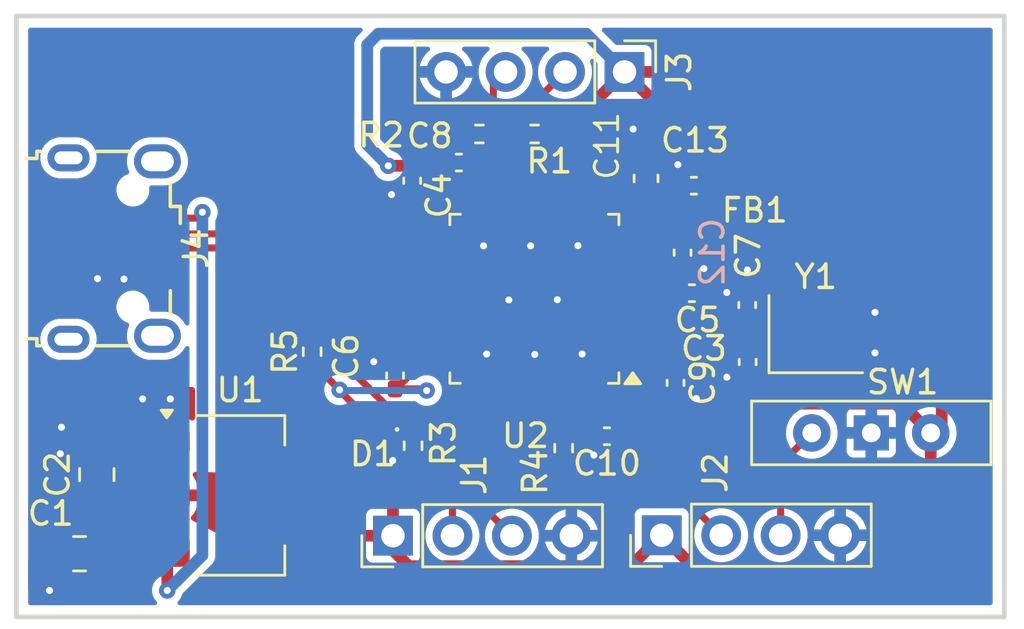
<source format=kicad_pcb>
(kicad_pcb (version 20241229) (generator "pcbnew") (generator_version "9.0")
  (layers (0 "F.Cu" signal) (2 "B.Cu" signal) (13 "F.Paste" user) (15 "B.Paste" user) (5 "F.SilkS" user "F.Silkscreen") (7 "B.SilkS" user "B.Silkscreen") (1 "F.Mask" user) (3 "B.Mask" user) (25 "Edge.Cuts" user))
  (net 0 "")
  (net 1 "GND")
  (net 2 "VBUS")
  (net 3 "+3.3V")
  (net 4 "/HSE_IN")
  (net 5 "Net-(U2-NRST)")
  (net 6 "/HSE_OUT")
  (net 7 "+3.3VA")
  (net 8 "Net-(D1-K)")
  (net 9 "/SWOIO")
  (net 10 "/SWCLK")
  (net 11 "/RX")
  (net 12 "/TX")
  (net 13 "/SDA")
  (net 14 "/SCL")
  (net 20 "Net-(SW1-B)")
  (net 21 "Net-(U2-BOOT0)")
  (net 22 "/USB_D+")
  (net 33 "/USB_D-")
  (footprint "Connector_PinHeader_2.54mm:PinHeader_1x04_P2.54mm_Vertical" (layer "F.Cu") (at 169 104.47 90)
    (property "Reference" "J1" (at 2.6 3.47 90) (layer "F.SilkS"))
    (property "Value" "Conn_01x04_Pin")
    (fp_line (start -1.33 -1.33) (end 0 -1.33) (stroke (width 0.12)) (layer "F.SilkS"))
    (fp_line (start -1.33 0) (end -1.33 -1.33) (stroke (width 0.12)) (layer "F.SilkS"))
    (fp_line (start 1.33 1.27) (end 1.33 8.95) (stroke (width 0.12)) (layer "F.SilkS"))
    (fp_line (start -1.33 1.27) (end 1.33 1.27) (stroke (width 0.12)) (layer "F.SilkS"))
    (fp_line (start -1.33 1.27) (end -1.33 8.95) (stroke (width 0.12)) (layer "F.SilkS"))
    (fp_line (start -1.33 8.95) (end 1.33 8.95) (stroke (width 0.12)) (layer "F.SilkS"))
    (pad "1" thru_hole rect (at 0 0 90) (size 1.7 1.7) (drill 1) (layers "*.Cu" "*.Mask") (net 3 "+3.3V"))
    (pad "2" thru_hole oval (at 0 2.54 90) (size 1.7 1.7) (drill 1) (layers "*.Cu" "*.Mask") (net 9 "/SWOIO"))
    (pad "3" thru_hole oval (at 0 5.08 90) (size 1.7 1.7) (drill 1) (layers "*.Cu" "*.Mask") (net 10 "/SWCLK"))
    (pad "4" thru_hole oval (at 0 7.62 90) (size 1.7 1.7) (drill 1) (layers "*.Cu" "*.Mask") (net 1 "GND"))
  )
  (footprint "Capacitor_SMD:C_0402_1005Metric_Pad0.74x0.62mm_HandSolder" (layer "F.Cu") (at 184.13 94.62 90)
    (property "Reference" "C7" (at 2.1 0.04 90) (layer "F.SilkS"))
    (property "Value" "10p")
    (fp_line (start -0.115835 -0.36) (end 0.115835 -0.36) (stroke (width 0.12)) (layer "F.SilkS"))
    (fp_line (start -0.115835 0.36) (end 0.115835 0.36) (stroke (width 0.12)) (layer "F.SilkS"))
    (pad "1" smd roundrect (at -0.5675 0 90) (size 0.735 0.62) (layers "F.Cu" "F.Mask" "F.Paste") (net 6 "/HSE_OUT"))
    (pad "2" smd roundrect (at 0.5675 0 90) (size 0.735 0.62) (layers "F.Cu" "F.Mask" "F.Paste") (net 1 "GND"))
  )
  (footprint "Resistor_SMD:R_0402_1005Metric_Pad0.72x0.64mm_HandSolder" (layer "F.Cu") (at 169.86 100.63 90)
    (property "Reference" "R3" (at 0.11 1.29 90) (layer "F.SilkS"))
    (property "Value" "1k5")
    (fp_line (start -0.167621 -0.38) (end 0.167621 -0.38) (stroke (width 0.12)) (layer "F.SilkS"))
    (fp_line (start -0.167621 0.38) (end 0.167621 0.38) (stroke (width 0.12)) (layer "F.SilkS"))
    (pad "1" smd roundrect (at -0.5975 0 90) (size 0.715 0.64) (layers "F.Cu" "F.Mask" "F.Paste") (net 1 "GND"))
    (pad "2" smd roundrect (at 0.5975 0 90) (size 0.715 0.64) (layers "F.Cu" "F.Mask" "F.Paste") (net 8 "Net-(D1-K)"))
  )
  (footprint "Capacitor_SMD:C_0402_1005Metric_Pad0.74x0.62mm_HandSolder" (layer "F.Cu") (at 178.14 100.22 180)
    (property "Reference" "C10" (at 0 -1.16 0) (layer "F.SilkS"))
    (property "Value" "100n")
    (fp_line (start -0.115835 0.36) (end 0.115835 0.36) (stroke (width 0.12)) (layer "F.SilkS"))
    (fp_line (start -0.115835 -0.36) (end 0.115835 -0.36) (stroke (width 0.12)) (layer "F.SilkS"))
    (pad "1" smd roundrect (at -0.5675 0 180) (size 0.735 0.62) (layers "F.Cu" "F.Mask" "F.Paste") (net 3 "+3.3V"))
    (pad "2" smd roundrect (at 0.5675 0 180) (size 0.735 0.62) (layers "F.Cu" "F.Mask" "F.Paste") (net 1 "GND"))
  )
  (footprint "Capacitor_SMD:C_0805_2012Metric_Pad1.18x1.45mm_HandSolder" (layer "F.Cu") (at 156.35 101.86 90)
    (property "Reference" "C2" (at 0 -1.68 90) (layer "F.SilkS"))
    (property "Value" "22u")
    (fp_line (start -0.261252 -0.735) (end 0.261252 -0.735) (stroke (width 0.12)) (layer "F.SilkS"))
    (fp_line (start -0.261252 0.735) (end 0.261252 0.735) (stroke (width 0.12)) (layer "F.SilkS"))
    (pad "1" smd roundrect (at -1.0375 0 90) (size 1.175 1.45) (layers "F.Cu" "F.Mask" "F.Paste") (roundrect_rratio 0.212766) (net 3 "+3.3V"))
    (pad "2" smd roundrect (at 1.0375 0 90) (size 1.175 1.45) (layers "F.Cu" "F.Mask" "F.Paste") (roundrect_rratio 0.212766) (net 1 "GND"))
  )
  (footprint "Connector_USB:USB_Micro-B_Wuerth_629105150521" (layer "F.Cu") (at 157.09 92.205 -90)
    (property "Reference" "J4" (at 0 -3.5 90) (layer "F.SilkS"))
    (property "Value" "USB_B_Micro")
    (fp_line (start 3.85 3.75) (end 3.85 3.3) (stroke (width 0.15)) (layer "F.SilkS"))
    (fp_line (start -4.15 3.3) (end -3.85 3.3) (stroke (width 0.15)) (layer "F.SilkS"))
    (fp_line (start -3.85 3.3) (end -3.85 3.75) (stroke (width 0.15)) (layer "F.SilkS"))
    (fp_line (start 3.85 3.3) (end 4.15 3.3) (stroke (width 0.15)) (layer "F.SilkS"))
    (fp_line (start 4.15 3.3) (end 4.15 3.15) (stroke (width 0.15)) (layer "F.SilkS"))
    (fp_line (start -4.15 3.15) (end -4.15 3.3) (stroke (width 0.15)) (layer "F.SilkS"))
    (fp_line (start 4.15 0.75) (end 4.15 -0.65) (stroke (width 0.15)) (layer "F.SilkS"))
    (fp_line (start -4.15 -0.65) (end -4.15 0.75) (stroke (width 0.15)) (layer "F.SilkS"))
    (fp_line (start -1.8 -2.4) (end -2.8 -2.4) (stroke (width 0.15)) (layer "F.SilkS"))
    (fp_line (start 1.8 -2.4) (end 2.8 -2.4) (stroke (width 0.15)) (layer "F.SilkS"))
    (fp_line (start -1.8 -2.825) (end -1.8 -2.4) (stroke (width 0.15)) (layer "F.SilkS"))
    (fp_line (start -1.075 -2.825) (end -1.8 -2.825) (stroke (width 0.15)) (layer "F.SilkS"))
    (pad "" np_thru_hole oval (at -2.5 -0.8 270) (size 0.8 0.8) (drill 0.8) (layers "*.Cu" "*.Mask"))
    (pad "" np_thru_hole oval (at 2.5 -0.8 270) (size 0.8 0.8) (drill 0.8) (layers "*.Cu" "*.Mask"))
    (pad "1" smd rect (at -1.3 -1.9 270) (size 0.45 1.3) (layers "F.Cu" "F.Mask" "F.Paste") (net 2 "VBUS"))
    (pad "2" smd rect (at -0.65 -1.9 270) (size 0.45 1.3) (layers "F.Cu" "F.Mask" "F.Paste") (net 33 "/USB_D-"))
    (pad "3" smd rect (at 0 -1.9 270) (size 0.45 1.3) (layers "F.Cu" "F.Mask" "F.Paste") (net 22 "/USB_D+"))
    (pad "4" smd rect (at 0.65 -1.9 270) (size 0.45 1.3) (layers "F.Cu" "F.Mask" "F.Paste"))
    (pad "5" smd rect (at 1.3 -1.9 270) (size 0.45 1.3) (layers "F.Cu" "F.Mask" "F.Paste") (net 1 "GND"))
    (pad "6" thru_hole oval (at -3.875 1.95 270) (size 1.15 1.8) (drill oval 0.55 1.2) (property pad_prop_heatsink) (layers "*.Cu" "*.Mask"))
    (pad "6" thru_hole oval (at -3.725 -1.85 270) (size 1.45 2) (drill oval 0.85 1.4) (property pad_prop_heatsink) (layers "*.Cu" "*.Mask"))
    (pad "6" thru_hole oval (at 3.725 -1.85 270) (size 1.45 2) (drill oval 0.85 1.4) (property pad_prop_heatsink) (layers "*.Cu" "*.Mask"))
    (pad "6" thru_hole oval (at 3.875 1.95 270) (size 1.15 1.8) (drill oval 0.55 1.2) (property pad_prop_heatsink) (layers "*.Cu" "*.Mask"))
  )
  (footprint "Resistor_SMD:R_0402_1005Metric_Pad0.72x0.64mm_HandSolder" (layer "F.Cu") (at 175.05 87.31 180)
    (property "Reference" "R1" (at -0.63 -1.16 0) (layer "F.SilkS"))
    (property "Value" "1k5")
    (fp_line (start -0.167621 0.38) (end 0.167621 0.38) (stroke (width 0.12)) (layer "F.SilkS"))
    (fp_line (start -0.167621 -0.38) (end 0.167621 -0.38) (stroke (width 0.12)) (layer "F.SilkS"))
    (pad "1" smd roundrect (at -0.5975 0 180) (size 0.715 0.64) (layers "F.Cu" "F.Mask" "F.Paste") (net 3 "+3.3V"))
    (pad "2" smd roundrect (at 0.5975 0 180) (size 0.715 0.64) (layers "F.Cu" "F.Mask" "F.Paste") (net 14 "/SCL"))
  )
  (footprint "Connector_PinHeader_2.54mm:PinHeader_1x04_P2.54mm_Vertical" (layer "F.Cu") (at 178.89 84.66 -90)
    (property "Reference" "J3" (at 0 -2.33 90) (layer "F.SilkS"))
    (property "Value" "Conn_01x04_Pin")
    (fp_line (start -1.33 8.95) (end 1.33 8.95) (stroke (width 0.12)) (layer "F.SilkS"))
    (fp_line (start -1.33 1.27) (end -1.33 8.95) (stroke (width 0.12)) (layer "F.SilkS"))
    (fp_line (start -1.33 1.27) (end 1.33 1.27) (stroke (width 0.12)) (layer "F.SilkS"))
    (fp_line (start 1.33 1.27) (end 1.33 8.95) (stroke (width 0.12)) (layer "F.SilkS"))
    (fp_line (start -1.33 0) (end -1.33 -1.33) (stroke (width 0.12)) (layer "F.SilkS"))
    (fp_line (start -1.33 -1.33) (end 0 -1.33) (stroke (width 0.12)) (layer "F.SilkS"))
    (pad "1" thru_hole rect (at 0 0 270) (size 1.7 1.7) (drill 1) (layers "*.Cu" "*.Mask") (net 3 "+3.3V"))
    (pad "2" thru_hole oval (at 0 2.54 270) (size 1.7 1.7) (drill 1) (layers "*.Cu" "*.Mask") (net 14 "/SCL"))
    (pad "3" thru_hole oval (at 0 5.08 270) (size 1.7 1.7) (drill 1) (layers "*.Cu" "*.Mask") (net 13 "/SDA"))
    (pad "4" thru_hole oval (at 0 7.62 270) (size 1.7 1.7) (drill 1) (layers "*.Cu" "*.Mask") (net 1 "GND"))
  )
  (footprint "Capacitor_SMD:C_0603_1608Metric_Pad1.08x0.95mm_HandSolder" (layer "F.Cu") (at 179.81 89.21 90)
    (property "Reference" "C11" (at 1.39 -1.67 90) (layer "F.SilkS") (effects (font (thickness 0.125))))
    (property "Value" "10u")
    (fp_line (start -0.146267 -0.51) (end 0.146267 -0.51) (stroke (width 0.12)) (layer "F.SilkS"))
    (fp_line (start -0.146267 0.51) (end 0.146267 0.51) (stroke (width 0.12)) (layer "F.SilkS"))
    (pad "1" smd roundrect (at -0.8625 0 90) (size 1.075 0.95) (layers "F.Cu" "F.Mask" "F.Paste") (net 7 "+3.3VA"))
    (pad "2" smd roundrect (at 0.8625 0 90) (size 1.075 0.95) (layers "F.Cu" "F.Mask" "F.Paste") (net 1 "GND"))
  )
  (footprint "Capacitor_SMD:C_0402_1005Metric_Pad0.74x0.62mm_HandSolder" (layer "F.Cu") (at 181.77 94.11)
    (property "Reference" "C5" (at 0.24 1.15 0) (layer "F.SilkS"))
    (property "Value" "100n")
    (fp_line (start -0.115835 -0.36) (end 0.115835 -0.36) (stroke (width 0.12)) (layer "F.SilkS"))
    (fp_line (start -0.115835 0.36) (end 0.115835 0.36) (stroke (width 0.12)) (layer "F.SilkS"))
    (pad "1" smd roundrect (at -0.5675 0) (size 0.735 0.62) (layers "F.Cu" "F.Mask" "F.Paste") (net 5 "Net-(U2-NRST)"))
    (pad "2" smd roundrect (at 0.5675 0) (size 0.735 0.62) (layers "F.Cu" "F.Mask" "F.Paste") (net 1 "GND"))
  )
  (footprint "Resistor_SMD:R_0402_1005Metric_Pad0.72x0.64mm_HandSolder" (layer "F.Cu") (at 172.69 87.31)
    (property "Reference" "R2" (at -4.19 0.05 0) (layer "F.SilkS"))
    (property "Value" "1k5")
    (fp_line (start -0.167621 -0.38) (end 0.167621 -0.38) (stroke (width 0.12)) (layer "F.SilkS"))
    (fp_line (start -0.167621 0.38) (end 0.167621 0.38) (stroke (width 0.12)) (layer "F.SilkS"))
    (pad "1" smd roundrect (at -0.5975 0) (size 0.715 0.64) (layers "F.Cu" "F.Mask" "F.Paste") (net 3 "+3.3V"))
    (pad "2" smd roundrect (at 0.5975 0) (size 0.715 0.64) (layers "F.Cu" "F.Mask" "F.Paste") (net 13 "/SDA"))
  )
  (footprint "Capacitor_SMD:C_0402_1005Metric_Pad0.74x0.62mm_HandSolder" (layer "F.Cu") (at 169.82 89.31 -90)
    (property "Reference" "C4" (at 0.63 -1.13 90) (layer "F.SilkS"))
    (property "Value" "10u")
    (fp_line (start -0.115835 0.36) (end 0.115835 0.36) (stroke (width 0.12)) (layer "F.SilkS"))
    (fp_line (start -0.115835 -0.36) (end 0.115835 -0.36) (stroke (width 0.12)) (layer "F.SilkS"))
    (pad "1" smd roundrect (at -0.5675 0 270) (size 0.735 0.62) (layers "F.Cu" "F.Mask" "F.Paste") (net 3 "+3.3V"))
    (pad "2" smd roundrect (at 0.5675 0 270) (size 0.735 0.62) (layers "F.Cu" "F.Mask" "F.Paste") (net 1 "GND"))
  )
  (footprint "Resistor_SMD:R_0402_1005Metric_Pad0.72x0.64mm_HandSolder" (layer "F.Cu") (at 176.29 100.7275 90)
    (property "Reference" "R4" (at -1.0225 -1.22 90) (layer "F.SilkS"))
    (property "Value" "10k")
    (fp_line (start -0.167621 -0.38) (end 0.167621 -0.38) (stroke (width 0.12)) (layer "F.SilkS"))
    (fp_line (start -0.167621 0.38) (end 0.167621 0.38) (stroke (width 0.12)) (layer "F.SilkS"))
    (pad "1" smd roundrect (at -0.5975 0 90) (size 0.715 0.64) (layers "F.Cu" "F.Mask" "F.Paste") (net 20 "Net-(SW1-B)"))
    (pad "2" smd roundrect (at 0.5975 0 90) (size 0.715 0.64) (layers "F.Cu" "F.Mask" "F.Paste") (net 21 "Net-(U2-BOOT0)"))
  )
  (footprint "LED_SMD:LED_0201_0603Metric_Pad0.64x0.40mm_HandSolder" (layer "F.Cu") (at 168.14 99.93 180)
    (property "Reference" "D1" (at 0 -1.05 0) (layer "F.SilkS"))
    (property "Value" "LED")
    (fp_circle (center -1.035 0) (end -0.985 0) (stroke (width 0.1)) (fill no) (layer "F.SilkS"))
    (pad "1" smd roundrect (at -0.4075 0 180) (size 0.635 0.4) (layers "F.Cu" "F.Mask") (net 8 "Net-(D1-K)"))
    (pad "2" smd roundrect (at 0.4075 0 180) (size 0.635 0.4) (layers "F.Cu" "F.Mask") (net 3 "+3.3V"))
  )
  (footprint "Inductor_SMD:L_0201_0603Metric_Pad0.64x0.40mm_HandSolder" (layer "F.Cu") (at 181.7 90.51)
    (property "Reference" "FB1" (at 2.75 0.06 0) (layer "F.SilkS"))
    (property "Value" "FerriteBead")
    (pad "1" smd roundrect (at -0.4075 0) (size 0.635 0.4) (layers "F.Cu" "F.Mask") (net 7 "+3.3VA"))
    (pad "2" smd roundrect (at 0.4075 0) (size 0.635 0.4) (layers "F.Cu" "F.Mask") (net 3 "+3.3V"))
  )
  (footprint "Capacitor_SMD:C_0805_2012Metric_Pad1.18x1.45mm_HandSolder" (layer "F.Cu") (at 155.61 105.24 180)
    (property "Reference" "C1" (at 1.23 1.72 0) (layer "F.SilkS"))
    (property "Value" "22u")
    (fp_line (start -0.261252 0.735) (end 0.261252 0.735) (stroke (width 0.12)) (layer "F.SilkS"))
    (fp_line (start -0.261252 -0.735) (end 0.261252 -0.735) (stroke (width 0.12)) (layer "F.SilkS"))
    (pad "1" smd roundrect (at -1.0375 0 180) (size 1.175 1.45) (layers "F.Cu" "F.Mask" "F.Paste") (roundrect_rratio 0.212766) (net 2 "VBUS"))
    (pad "2" smd roundrect (at 1.0375 0 180) (size 1.175 1.45) (layers "F.Cu" "F.Mask" "F.Paste") (roundrect_rratio 0.212766) (net 1 "GND"))
  )
  (footprint "Package_QFP:LQFP-48_7x7mm_P0.5mm" (layer "F.Cu") (at 175.04 94.35 180)
    (property "Reference" "U2" (at 0.38 -5.85 0) (layer "F.SilkS"))
    (property "Value" "STM32F103CBTx")
    (fp_line (start 3.61 3.61) (end 3.61 3.16) (stroke (width 0.12)) (layer "F.SilkS"))
    (fp_line (start 3.61 -3.61) (end 3.61 -3.16) (stroke (width 0.12)) (layer "F.SilkS"))
    (fp_line (start 3.16 3.61) (end 3.61 3.61) (stroke (width 0.12)) (layer "F.SilkS"))
    (fp_line (start 3.16 -3.61) (end 3.61 -3.61) (stroke (width 0.12)) (layer "F.SilkS"))
    (fp_line (start -3.16 3.61) (end -3.61 3.61) (stroke (width 0.12)) (layer "F.SilkS"))
    (fp_line (start -3.16 -3.61) (end -3.61 -3.61) (stroke (width 0.12)) (layer "F.SilkS"))
    (fp_line (start -3.61 3.61) (end -3.61 3.16) (stroke (width 0.12)) (layer "F.SilkS"))
    (fp_line (start -3.61 -3.61) (end -3.61 -3.16) (stroke (width 0.12)) (layer "F.SilkS"))
    (fp_poly (pts (xy -4.2 -3.16) (xy -4.54 -3.63) (xy -3.86 -3.63) (xy -4.2 -3.16)) (stroke (width 0.12)) (fill yes) (layer "F.SilkS"))
    (pad "1" smd roundrect (at -4.1625 -2.75 180) (size 1.475 0.3) (layers "F.Cu" "F.Mask" "F.Paste") (net 3 "+3.3V"))
    (pad "2" smd roundrect (at -4.1625 -2.25 180) (size 1.475 0.3) (layers "F.Cu" "F.Mask" "F.Paste"))
    (pad "3" smd roundrect (at -4.1625 -1.75 180) (size 1.475 0.3) (layers "F.Cu" "F.Mask" "F.Paste"))
    (pad "4" smd roundrect (at -4.1625 -1.25 180) (size 1.475 0.3) (layers "F.Cu" "F.Mask" "F.Paste"))
    (pad "5" smd roundrect (at -4.1625 -0.75 180) (size 1.475 0.3) (layers "F.Cu" "F.Mask" "F.Paste") (net 4 "/HSE_IN"))
    (pad "6" smd roundrect (at -4.1625 -0.25 180) (size 1.475 0.3) (layers "F.Cu" "F.Mask" "F.Paste") (net 6 "/HSE_OUT"))
    (pad "7" smd roundrect (at -4.1625 0.25 180) (size 1.475 0.3) (layers "F.Cu" "F.Mask" "F.Paste") (net 5 "Net-(U2-NRST)"))
    (pad "8" smd roundrect (at -4.1625 0.75 180) (size 1.475 0.3) (layers "F.Cu" "F.Mask" "F.Paste") (net 1 "GND"))
    (pad "9" smd roundrect (at -4.1625 1.25 180) (size 1.475 0.3) (layers "F.Cu" "F.Mask" "F.Paste") (net 7 "+3.3VA"))
    (pad "10" smd roundrect (at -4.1625 1.75 180) (size 1.475 0.3) (layers "F.Cu" "F.Mask" "F.Paste"))
    (pad "11" smd roundrect (at -4.1625 2.25 180) (size 1.475 0.3) (layers "F.Cu" "F.Mask" "F.Paste"))
    (pad "12" smd roundrect (at -4.1625 2.75 180) (size 1.475 0.3) (layers "F.Cu" "F.Mask" "F.Paste"))
    (pad "13" smd roundrect (at -2.75 4.1625 180) (size 0.3 1.475) (layers "F.Cu" "F.Mask" "F.Paste"))
    (pad "14" smd roundrect (at -2.25 4.1625 180) (size 0.3 1.475) (layers "F.Cu" "F.Mask" "F.Paste"))
    (pad "15" smd roundrect (at -1.75 4.1625 180) (size 0.3 1.475) (layers "F.Cu" "F.Mask" "F.Paste"))
    (pad "16" smd roundrect (at -1.25 4.1625 180) (size 0.3 1.475) (layers "F.Cu" "F.Mask" "F.Paste"))
    (pad "17" smd roundrect (at -0.75 4.1625 180) (size 0.3 1.475) (layers "F.Cu" "F.Mask" "F.Paste"))
    (pad "18" smd roundrect (at -0.25 4.1625 180) (size 0.3 1.475) (layers "F.Cu" "F.Mask" "F.Paste"))
    (pad "19" smd roundrect (at 0.25 4.1625 180) (size 0.3 1.475) (layers "F.Cu" "F.Mask" "F.Paste"))
    (pad "20" smd roundrect (at 0.75 4.1625 180) (size 0.3 1.475) (layers "F.Cu" "F.Mask" "F.Paste"))
    (pad "21" smd roundrect (at 1.25 4.1625 180) (size 0.3 1.475) (layers "F.Cu" "F.Mask" "F.Paste") (net 14 "/SCL"))
    (pad "22" smd roundrect (at 1.75 4.1625 180) (size 0.3 1.475) (layers "F.Cu" "F.Mask" "F.Paste") (net 13 "/SDA"))
    (pad "23" smd roundrect (at 2.25 4.1625 180) (size 0.3 1.475) (layers "F.Cu" "F.Mask" "F.Paste") (net 1 "GND"))
    (pad "24" smd roundrect (at 2.75 4.1625 180) (size 0.3 1.475) (layers "F.Cu" "F.Mask" "F.Paste") (net 3 "+3.3V"))
    (pad "25" smd roundrect (at 4.1625 2.75 180) (size 1.475 0.3) (layers "F.Cu" "F.Mask" "F.Paste"))
    (pad "26" smd roundrect (at 4.1625 2.25 180) (size 1.475 0.3) (layers "F.Cu" "F.Mask" "F.Paste"))
    (pad "27" smd roundrect (at 4.1625 1.75 180) (size 1.475 0.3) (layers "F.Cu" "F.Mask" "F.Paste"))
    (pad "28" smd roundrect (at 4.1625 1.25 180) (size 1.475 0.3) (layers "F.Cu" "F.Mask" "F.Paste"))
    (pad "29" smd roundrect (at 4.1625 0.75 180) (size 1.475 0.3) (layers "F.Cu" "F.Mask" "F.Paste"))
    (pad "30" smd roundrect (at 4.1625 0.25 180) (size 1.475 0.3) (layers "F.Cu" "F.Mask" "F.Paste"))
    (pad "31" smd roundrect (at 4.1625 -0.25 180) (size 1.475 0.3) (layers "F.Cu" "F.Mask" "F.Paste"))
    (pad "32" smd roundrect (at 4.1625 -0.75 180) (size 1.475 0.3) (layers "F.Cu" "F.Mask" "F.Paste") (net 33 "/USB_D-"))
    (pad "33" smd roundrect (at 4.1625 -1.25 180) (size 1.475 0.3) (layers "F.Cu" "F.Mask" "F.Paste") (net 22 "/USB_D+"))
    (pad "34" smd roundrect (at 4.1625 -1.75 180) (size 1.475 0.3) (layers "F.Cu" "F.Mask" "F.Paste") (net 9 "/SWOIO"))
    (pad "35" smd roundrect (at 4.1625 -2.25 180) (size 1.475 0.3) (layers "F.Cu" "F.Mask" "F.Paste") (net 1 "GND"))
    (pad "36" smd roundrect (at 4.1625 -2.75 180) (size 1.475 0.3) (layers "F.Cu" "F.Mask" "F.Paste") (net 3 "+3.3V"))
    (pad "37" smd roundrect (at 2.75 -4.1625 180) (size 0.3 1.475) (layers "F.Cu" "F.Mask" "F.Paste") (net 10 "/SWCLK"))
    (pad "38" smd roundrect (at 2.25 -4.1625 180) (size 0.3 1.475) (layers "F.Cu" "F.Mask" "F.Paste"))
    (pad "39" smd roundrect (at 1.75 -4.1625 180) (size 0.3 1.475) (layers "F.Cu" "F.Mask" "F.Paste"))
    (pad "40" smd roundrect (at 1.25 -4.1625 180) (size 0.3 1.475) (layers "F.Cu" "F.Mask" "F.Paste"))
    (pad "41" smd roundrect (at 0.75 -4.1625 180) (size 0.3 1.475) (layers "F.Cu" "F.Mask" "F.Paste"))
    (pad "42" smd roundrect (at 0.25 -4.1625 180) (size 0.3 1.475) (layers "F.Cu" "F.Mask" "F.Paste") (net 12 "/TX"))
    (pad "43" smd roundrect (at -0.25 -4.1625 180) (size 0.3 1.475) (layers "F.Cu" "F.Mask" "F.Paste") (net 11 "/RX"))
    (pad "44" smd roundrect (at -0.75 -4.1625 180) (size 0.3 1.475) (layers "F.Cu" "F.Mask" "F.Paste") (net 21 "Net-(U2-BOOT0)"))
    (pad "45" smd roundrect (at -1.25 -4.1625 180) (size 0.3 1.475) (layers "F.Cu" "F.Mask" "F.Paste"))
    (pad "46" smd roundrect (at -1.75 -4.1625 180) (size 0.3 1.475) (layers "F.Cu" "F.Mask" "F.Paste"))
    (pad "47" smd roundrect (at -2.25 -4.1625 180) (size 0.3 1.475) (layers "F.Cu" "F.Mask" "F.Paste") (net 1 "GND"))
    (pad "48" smd roundrect (at -2.75 -4.1625 180) (size 0.3 1.475) (layers "F.Cu" "F.Mask" "F.Paste") (net 3 "+3.3V"))
  )
  (footprint "Capacitor_SMD:C_0402_1005Metric_Pad0.74x0.62mm_HandSolder" (layer "F.Cu") (at 181.37 92.38 -90)
    (property "Reference" "C12" (at -0.02 -1.27 90) (layer "B.SilkS") (effects (justify mirror)))
    (property "Value" "1u")
    (fp_line (start -0.115835 0.36) (end 0.115835 0.36) (stroke (width 0.12)) (layer "F.SilkS"))
    (fp_line (start -0.115835 -0.36) (end 0.115835 -0.36) (stroke (width 0.12)) (layer "F.SilkS"))
    (pad "1" smd roundrect (at -0.5675 0 270) (size 0.735 0.62) (layers "F.Cu" "F.Mask" "F.Paste") (net 7 "+3.3VA"))
    (pad "2" smd roundrect (at 0.5675 0 270) (size 0.735 0.62) (layers "F.Cu" "F.Mask" "F.Paste") (net 1 "GND"))
  )
  (footprint "Capacitor_SMD:C_0402_1005Metric_Pad0.74x0.62mm_HandSolder" (layer "F.Cu") (at 169.09 97.63 90)
    (property "Reference" "C6" (at 0.82 -2.09 90) (layer "F.SilkS"))
    (property "Value" "100n")
    (fp_line (start -0.115835 -0.36) (end 0.115835 -0.36) (stroke (width 0.12)) (layer "F.SilkS"))
    (fp_line (start -0.115835 0.36) (end 0.115835 0.36) (stroke (width 0.12)) (layer "F.SilkS"))
    (pad "1" smd roundrect (at -0.5675 0 90) (size 0.735 0.62) (layers "F.Cu" "F.Mask" "F.Paste") (net 3 "+3.3V"))
    (pad "2" smd roundrect (at 0.5675 0 90) (size 0.735 0.62) (layers "F.Cu" "F.Mask" "F.Paste") (net 1 "GND"))
  )
  (footprint "Capacitor_SMD:C_0402_1005Metric_Pad0.74x0.62mm_HandSolder" (layer "F.Cu") (at 171.8125 88.53)
    (property "Reference" "C8" (at -1.2425 -1.14 0) (layer "F.SilkS"))
    (property "Value" "100n")
    (fp_line (start -0.115835 -0.36) (end 0.115835 -0.36) (stroke (width 0.12)) (layer "F.SilkS"))
    (fp_line (start -0.115835 0.36) (end 0.115835 0.36) (stroke (width 0.12)) (layer "F.SilkS"))
    (pad "1" smd roundrect (at -0.5675 0) (size 0.735 0.62) (layers "F.Cu" "F.Mask" "F.Paste") (net 3 "+3.3V"))
    (pad "2" smd roundrect (at 0.5675 0) (size 0.735 0.62) (layers "F.Cu" "F.Mask" "F.Paste") (net 1 "GND"))
  )
  (footprint "Capacitor_SMD:C_0402_1005Metric_Pad0.74x0.62mm_HandSolder" (layer "F.Cu") (at 181.85 89.52 180)
    (property "Reference" "C13" (at -0.05 1.94 0) (layer "F.SilkS"))
    (property "Value" "1u")
    (fp_line (start -0.115835 0.36) (end 0.115835 0.36) (stroke (width 0.12)) (layer "F.SilkS"))
    (fp_line (start -0.115835 -0.36) (end 0.115835 -0.36) (stroke (width 0.12)) (layer "F.SilkS"))
    (pad "1" smd roundrect (at -0.5675 0 180) (size 0.735 0.62) (layers "F.Cu" "F.Mask" "F.Paste") (net 3 "+3.3V"))
    (pad "2" smd roundrect (at 0.5675 0 180) (size 0.735 0.62) (layers "F.Cu" "F.Mask" "F.Paste") (net 1 "GND"))
  )
  (footprint "Crystal:Crystal_SMD_3225-4Pin_3.2x2.5mm" (layer "F.Cu") (at 187.06 95.86)
    (property "Reference" "Y1" (at 0 -2.45 0) (layer "F.SilkS"))
    (property "Value" "Crystal_GND23")
    (fp_line (start -2 -1.65) (end -2 1.65) (stroke (width 0.12)) (layer "F.SilkS"))
    (fp_line (start -2 1.65) (end 2 1.65) (stroke (width 0.12)) (layer "F.SilkS"))
    (pad "1" smd rect (at -1.1 0.85) (size 1.4 1.2) (layers "F.Cu" "F.Mask" "F.Paste") (net 4 "/HSE_IN"))
    (pad "2" smd rect (at 1.1 0.85) (size 1.4 1.2) (layers "F.Cu" "F.Mask" "F.Paste") (net 1 "GND"))
    (pad "3" smd rect (at 1.1 -0.85) (size 1.4 1.2) (layers "F.Cu" "F.Mask" "F.Paste") (net 1 "GND"))
    (pad "4" smd rect (at -1.1 -0.85) (size 1.4 1.2) (layers "F.Cu" "F.Mask" "F.Paste") (net 6 "/HSE_OUT"))
  )
  (footprint "Capacitor_SMD:C_0402_1005Metric_Pad0.74x0.62mm_HandSolder" (layer "F.Cu") (at 181.07 97.94 -90)
    (property "Reference" "C9" (at 0 -1.16 90) (layer "F.SilkS"))
    (property "Value" "100n")
    (fp_line (start -0.115835 0.36) (end 0.115835 0.36) (stroke (width 0.12)) (layer "F.SilkS"))
    (fp_line (start -0.115835 -0.36) (end 0.115835 -0.36) (stroke (width 0.12)) (layer "F.SilkS"))
    (pad "1" smd roundrect (at -0.5675 0 270) (size 0.735 0.62) (layers "F.Cu" "F.Mask" "F.Paste") (net 3 "+3.3V"))
    (pad "2" smd roundrect (at 0.5675 0 270) (size 0.735 0.62) (layers "F.Cu" "F.Mask" "F.Paste") (net 1 "GND"))
  )
  (footprint "Resistor_SMD:R_0402_1005Metric_Pad0.72x0.64mm_HandSolder" (layer "F.Cu") (at 165.55 96.61 90)
    (property "Reference" "R5" (at 0 -1.17 90) (layer "F.SilkS"))
    (property "Value" "1k5")
    (fp_line (start -0.167621 -0.38) (end 0.167621 -0.38) (stroke (width 0.12)) (layer "F.SilkS"))
    (fp_line (start -0.167621 0.38) (end 0.167621 0.38) (stroke (width 0.12)) (layer "F.SilkS"))
    (pad "1" smd roundrect (at -0.5975 0 90) (size 0.715 0.64) (layers "F.Cu" "F.Mask" "F.Paste") (net 3 "+3.3V"))
    (pad "2" smd roundrect (at 0.5975 0 90) (size 0.715 0.64) (layers "F.Cu" "F.Mask" "F.Paste") (net 22 "/USB_D+"))
  )
  (footprint "Capacitor_SMD:C_0402_1005Metric_Pad0.74x0.62mm_HandSolder" (layer "F.Cu") (at 184.15 97.05 -90)
    (property "Reference" "C3" (at -0.58 1.87 180) (layer "F.SilkS"))
    (property "Value" "10p")
    (fp_line (start -0.115835 0.36) (end 0.115835 0.36) (stroke (width 0.12)) (layer "F.SilkS"))
    (fp_line (start -0.115835 -0.36) (end 0.115835 -0.36) (stroke (width 0.12)) (layer "F.SilkS"))
    (pad "1" smd roundrect (at -0.5675 0 270) (size 0.735 0.62) (layers "F.Cu" "F.Mask" "F.Paste") (net 4 "/HSE_IN"))
    (pad "2" smd roundrect (at 0.5675 0 270) (size 0.735 0.62) (layers "F.Cu" "F.Mask" "F.Paste") (net 1 "GND"))
  )
  (footprint "Connector_PinHeader_2.54mm:PinHeader_1x04_P2.54mm_Vertical" (layer "F.Cu") (at 180.48 104.45 90)
    (property "Reference" "J2" (at 2.67 2.29 90) (layer "F.SilkS"))
    (property "Value" "Conn_01x04_Pin")
    (fp_line (start -1.33 -1.33) (end 0 -1.33) (stroke (width 0.12)) (layer "F.SilkS"))
    (fp_line (start -1.33 0) (end -1.33 -1.33) (stroke (width 0.12)) (layer "F.SilkS"))
    (fp_line (start 1.33 1.27) (end 1.33 8.95) (stroke (width 0.12)) (layer "F.SilkS"))
    (fp_line (start -1.33 1.27) (end 1.33 1.27) (stroke (width 0.12)) (layer "F.SilkS"))
    (fp_line (start -1.33 1.27) (end -1.33 8.95) (stroke (width 0.12)) (layer "F.SilkS"))
    (fp_line (start -1.33 8.95) (end 1.33 8.95) (stroke (width 0.12)) (layer "F.SilkS"))
    (pad "1" thru_hole rect (at 0 0 90) (size 1.7 1.7) (drill 1) (layers "*.Cu" "*.Mask") (net 3 "+3.3V"))
    (pad "2" thru_hole oval (at 0 2.54 90) (size 1.7 1.7) (drill 1) (layers "*.Cu" "*.Mask") (net 12 "/TX"))
    (pad "3" thru_hole oval (at 0 5.08 90) (size 1.7 1.7) (drill 1) (layers "*.Cu" "*.Mask") (net 11 "/RX"))
    (pad "4" thru_hole oval (at 0 7.62 90) (size 1.7 1.7) (drill 1) (layers "*.Cu" "*.Mask") (net 1 "GND"))
  )
  (footprint "Package_TO_SOT_SMD:SOT-223-3_TabPin2" (layer "F.Cu") (at 162.47 102.7475)
    (property "Reference" "U1" (at 0 -4.5 0) (layer "F.SilkS"))
    (property "Value" "AMS1117-3.3")
    (fp_line (start -1.85 -3.41) (end 1.91 -3.41) (stroke (width 0.12)) (layer "F.SilkS"))
    (fp_line (start -1.85 3.41) (end 1.91 3.41) (stroke (width 0.12)) (layer "F.SilkS"))
    (fp_line (start 1.91 -3.41) (end 1.91 -2.15) (stroke (width 0.12)) (layer "F.SilkS"))
    (fp_line (start 1.91 3.41) (end 1.91 2.15) (stroke (width 0.12)) (layer "F.SilkS"))
    (fp_poly (pts (xy -3.13 -3.31) (xy -3.37 -3.64) (xy -2.89 -3.64) (xy -3.13 -3.31)) (stroke (width 0.12)) (fill yes) (layer "F.SilkS"))
    (pad "1" smd roundrect (at -3.15 -2.3) (size 2 1.5) (layers "F.Cu" "F.Mask" "F.Paste") (net 1 "GND"))
    (pad "2" smd roundrect (at -3.15 0) (size 2 1.5) (layers "F.Cu" "F.Mask" "F.Paste") (net 3 "+3.3V"))
    (pad "2" smd roundrect (at 3.15 0) (size 2 3.8) (layers "F.Cu" "F.Mask" "F.Paste") (net 3 "+3.3V"))
    (pad "3" smd roundrect (at -3.15 2.3) (size 2 1.5) (layers "F.Cu" "F.Mask" "F.Paste") (net 2 "VBUS"))
  )
  (footprint "Button_Switch_THT:SW_Slide-03_Wuerth-WS-SLTV_10x2.5x6.4_P2.54mm" (layer "F.Cu") (at 189.43 100.08)
    (property "Reference" "SW1" (at 1.34 -2.17 0) (layer "F.SilkS"))
    (property "Value" "SW_SPDT")
    (fp_rect (start -5.11 -1.36) (end 5.11 1.36) (stroke (width 0.12)) (fill no) (layer "F.SilkS"))
    (pad "1" thru_hole rect (at 0 0) (size 1.5 1.5) (drill 0.8) (layers "*.Cu" "*.Mask") (net 1 "GND"))
    (pad "2" thru_hole circle (at -2.54 0) (size 1.6 1.6) (drill 0.8) (layers "*.Cu" "*.Mask") (net 20 "Net-(SW1-B)"))
    (pad "3" thru_hole circle (at 2.54 0) (size 1.6 1.6) (drill 0.8) (layers "*.Cu" "*.Mask") (net 3 "+3.3V"))
  )
  (gr_rect (start 152.915 82.27) (end 195.115 107.94) (stroke (width 0.2)) (fill no) (layer "Edge.Cuts"))
  (segment (start 169.86 101.2275) (end 169.0225 101.2275) (width 0.5) (layer "F.Cu") (net 1))
  (segment (start 169.7975 89.9) (end 169.82 89.8775) (width 0.5) (layer "F.Cu") (net 1))
  (segment (start 179.2025 93.6) (end 180.625112 93.6) (width 0.3) (layer "F.Cu") (net 1))
  (segment (start 153.666 106.71) (end 153.766 106.81) (width 0.5) (layer "F.Cu") (net 1))
  (segment (start 153.985 105.24) (end 153.666 105.559) (width 0.5) (layer "F.Cu") (net 1))
  (segment (start 172.79 90.1875) (end 172.79 88.94) (width 0.3) (layer "F.Cu") (net 1))
  (segment (start 183.26 94.08) (end 182.3675 94.08) (width 0.5) (layer "F.Cu") (net 1))
  (segment (start 179.81 87.65) (end 179.26 87.1) (width 0.5) (layer "F.Cu") (net 1))
  (segment (start 172.79 88.94) (end 172.38 88.53) (width 0.3) (layer "F.Cu") (net 1))
  (segment (start 158.99 93.505) (end 156.395 93.505) (width 0.5) (layer "F.Cu") (net 1))
  (segment (start 184.0675 97.7) (end 184.15 97.6175) (width 0.5) (layer "F.Cu") (net 1))
  (segment (start 177.29 98.5125) (end 177.29 99.9375) (width 0.3) (layer "F.Cu") (net 1))
  (segment (start 177.29 99.9375) (end 177.5725 100.22) (width 0.3) (layer "F.Cu") (net 1))
  (segment (start 169.5525 96.6) (end 169.09 97.0625) (width 0.3) (layer "F.Cu") (net 1))
  (segment (start 188.16 95.01) (end 189.51 95.01) (width 0.5) (layer "F.Cu") (net 1))
  (segment (start 177.5725 100.22) (end 177.5725 101.0225) (width 0.5) (layer "F.Cu") (net 1))
  (segment (start 169.0225 101.2275) (end 168.99 101.26) (width 0.5) (layer "F.Cu") (net 1))
  (segment (start 181.8575 98.5075) (end 181.96 98.61) (width 0.5) (layer "F.Cu") (net 1))
  (segment (start 181.4825 93.06) (end 181.37 92.9475) (width 0.5) (layer "F.Cu") (net 1))
  (segment (start 181.17 88.62) (end 181.17 89.4075) (width 0.5) (layer "F.Cu") (net 1))
  (segment (start 154.5725 105.24) (end 153.985 105.24) (width 0.5) (layer "F.Cu") (net 1))
  (segment (start 168.94 89.9) (end 169.7975 89.9) (width 0.5) (layer "F.Cu") (net 1))
  (segment (start 180.625112 93.6) (end 181.277612 92.9475) (width 0.3) (layer "F.Cu") (net 1))
  (segment (start 189.51 95.01) (end 189.59 94.93) (width 0.5) (layer "F.Cu") (net 1))
  (segment (start 183.26 97.7) (end 184.0675 97.7) (width 0.5) (layer "F.Cu") (net 1))
  (segment (start 179.81 88.3475) (end 179.81 87.65) (width 0.5) (layer "F.Cu") (net 1))
  (segment (start 153.766 106.81) (end 154.33 106.81) (width 0.5) (layer "F.Cu") (net 1))
  (segment (start 168.2025 97.0625) (end 168.18 97.04) (width 0.5) (layer "F.Cu") (net 1))
  (segment (start 172.79 92.01) (end 172.79 90.1875) (width 0.3) (layer "F.Cu") (net 1))
  (segment (start 156.395 93.505) (end 156.38 93.49) (width 0.5) (layer "F.Cu") (net 1))
  (segment (start 182.3675 94.08) (end 182.3375 94.11) (width 0.5) (layer "F.Cu") (net 1))
  (segment (start 169.09 97.0625) (end 168.2025 97.0625) (width 0.5) (layer "F.Cu") (net 1))
  (segment (start 189.59 96.66) (end 188.21 96.66) (width 0.5) (layer "F.Cu") (net 1))
  (segment (start 170.8775 96.6) (end 169.5525 96.6) (width 0.3) (layer "F.Cu") (net 1))
  (segment (start 184.14 94.0425) (end 184.13 94.0525) (width 0.5) (layer "F.Cu") (net 1))
  (segment (start 172.87 92.09) (end 172.79 92.01) (width 0.3) (layer "F.Cu") (net 1))
  (segment (start 184.14 93.12) (end 184.14 94.0425) (width 0.5) (layer "F.Cu") (net 1))
  (segment (start 153.666 105.559) (end 153.666 106.71) (width 0.5) (layer "F.Cu") (net 1))
  (segment (start 181.07 98.5075) (end 181.8575 98.5075) (width 0.5) (layer "F.Cu") (net 1))
  (segment (start 181.17 89.4075) (end 181.2825 89.52) (width 0.5) (layer "F.Cu") (net 1))
  (segment (start 181.277612 92.9475) (end 181.37 92.9475) (width 0.3) (layer "F.Cu") (net 1))
  (segment (start 177.5725 101.0225) (end 177.58 101.03) (width 0.5) (layer "F.Cu") (net 1))
  (segment (start 188.21 96.66) (end 188.16 96.71) (width 0.5) (layer "F.Cu") (net 1))
  (segment (start 182.28 93.06) (end 181.4825 93.06) (width 0.5) (layer "F.Cu") (net 1))
  (via (at 179.26 87.1) (size 0.7) (drill 0.3) (layers "F.Cu" "B.Cu") (net 1))
  (via (at 177.08 96.71) (size 0.7) (drill 0.3) (layers "F.Cu" "B.Cu") (net 1))
  (via (at 168.94 89.9) (size 0.7) (drill 0.3) (layers "F.Cu" "B.Cu") (net 1))
  (via (at 183.26 97.7) (size 0.7) (drill 0.3) (layers "F.Cu" "B.Cu") (net 1))
  (via (at 177.58 101.03) (size 0.7) (drill 0.3) (layers "F.Cu" "B.Cu") (net 1))
  (via (at 184.14 93.12) (size 0.7) (drill 0.3) (layers "F.Cu" "B.Cu") (net 1))
  (via (at 176.9 92.08) (size 0.7) (drill 0.3) (layers "F.Cu" "B.Cu") (net 1))
  (via (at 154.84 99.84) (size 0.7) (drill 0.3) (layers "F.Cu" "B.Cu") (net 1))
  (via (at 182.28 93.06) (size 0.7) (drill 0.3) (layers "F.Cu" "B.Cu") (net 1))
  (via (at 172.87 92.09) (size 0.7) (drill 0.3) (layers "F.Cu" "B.Cu") (net 1))
  (via (at 168.99 101.26) (size 0.7) (drill 0.3) (layers "F.Cu" "B.Cu") (net 1))
  (via (at 181.17 88.62) (size 0.7) (drill 0.3) (layers "F.Cu" "B.Cu") (net 1))
  (via (at 176.02 94.39) (size 0.7) (drill 0.3) (layers "F.Cu" "B.Cu") (net 1))
  (via (at 154.79 100.97) (size 0.7) (drill 0.3) (layers "F.Cu" "B.Cu") (net 1))
  (via (at 158.31 98.63) (size 0.7) (drill 0.3) (layers "F.Cu" "B.Cu") (net 1))
  (via (at 156.38 93.49) (size 0.7) (drill 0.3) (layers "F.Cu" "B.Cu") (net 1))
  (via (at 157.51 93.51) (size 0.7) (drill 0.3) (layers "F.Cu" "B.Cu") (net 1))
  (via (at 159.49 98.63) (size 0.7) (drill 0.3) (layers "F.Cu" "B.Cu") (net 1))
  (via (at 168.18 97.04) (size 0.7) (drill 0.3) (layers "F.Cu" "B.Cu") (net 1))
  (via (at 189.59 94.93) (size 0.7) (drill 0.3) (layers "F.Cu" "B.Cu") (net 1))
  (via (at 154.33 106.81) (size 0.7) (drill 0.3) (layers "F.Cu" "B.Cu") (net 1))
  (via (at 183.26 94.08) (size 0.7) (drill 0.3) (layers "F.Cu" "B.Cu") (net 1))
  (via (at 175.06 96.73) (size 0.7) (drill 0.3) (layers "F.Cu" "B.Cu") (net 1))
  (via (at 189.59 96.66) (size 0.7) (drill 0.3) (layers "F.Cu" "B.Cu") (net 1))
  (via (at 173 96.71) (size 0.7) (drill 0.3) (layers "F.Cu" "B.Cu") (net 1))
  (via (at 181.96 98.61) (size 0.7) (drill 0.3) (layers "F.Cu" "B.Cu") (net 1))
  (via (at 173.95 94.4) (size 0.7) (drill 0.3) (layers "F.Cu" "B.Cu") (net 1))
  (via (at 174.88 92.09) (size 0.7) (drill 0.3) (layers "F.Cu" "B.Cu") (net 1))
  (segment (start 159.36 106.81) (end 159.36 105.0875) (width 0.5) (layer "F.Cu") (net 2))
  (segment (start 158.99 90.905) (end 160.605 90.905) (width 0.3) (layer "F.Cu") (net 2))
  (segment (start 160.605 90.905) (end 160.86 90.65) (width 0.3) (layer "F.Cu") (net 2))
  (segment (start 156.84 105.0475) (end 156.6475 105.24) (width 0.5) (layer "F.Cu") (net 2))
  (segment (start 159.36 105.0875) (end 159.32 105.0475) (width 0.5) (layer "F.Cu") (net 2))
  (segment (start 159.32 105.0475) (end 156.84 105.0475) (width 0.5) (layer "F.Cu") (net 2))
  (via (at 159.36 106.81) (size 0.7) (drill 0.3) (layers "F.Cu" "B.Cu") (net 2))
  (via (at 160.86 90.65) (size 0.7) (drill 0.3) (layers "F.Cu" "B.Cu") (net 2))
  (segment (start 160.86 90.65) (end 160.86 105.31) (width 0.5) (layer "B.Cu") (net 2))
  (segment (start 160.86 105.31) (end 159.36 106.81) (width 0.5) (layer "B.Cu") (net 2))
  (segment (start 191.97 106.32) (end 191.23 107.06) (width 0.5) (layer "F.Cu") (net 3))
  (segment (start 179.2025 97.1) (end 180.7975 97.1) (width 0.3) (layer "F.Cu") (net 3))
  (segment (start 159.17 102.8975) (end 159.32 102.7475) (width 0.5) (layer "F.Cu") (net 3))
  (segment (start 165.6875 97.2075) (end 166.72 98.24) (width 0.3) (layer "F.Cu") (net 3))
  (segment (start 179.159 105.771) (end 169.681 105.771) (width 0.5) (layer "F.Cu") (net 3))
  (segment (start 177.79 98.5125) (end 177.79 99.3025) (width 0.3) (layer "F.Cu") (net 3))
  (segment (start 172.29 89.575) (end 171.245 88.53) (width 0.3) (layer "F.Cu") (net 3))
  (segment (start 183.271 98.829) (end 181.88 100.22) (width 0.5) (layer "F.Cu") (net 3))
  (segment (start 190.55 84.66) (end 178.89 84.66) (width 0.5) (layer "F.Cu") (net 3))
  (segment (start 156.35 102.8975) (end 159.17 102.8975) (width 0.5) (layer "F.Cu") (net 3))
  (segment (start 168.8 88.67) (end 169.7475 88.67) (width 0.5) (layer "F.Cu") (net 3))
  (segment (start 169.7475 88.67) (end 169.82 88.7425) (width 0.5) (layer "F.Cu") (net 3))
  (segment (start 172.29 90.1875) (end 172.29 89.575) (width 0.3) (layer "F.Cu") (net 3))
  (segment (start 165.55 97.2075) (end 165.6875 97.2075) (width 0.3) (layer "F.Cu") (net 3))
  (segment (start 182.1075 90.51) (end 182.1075 89.83) (width 0.5) (layer "F.Cu") (net 3))
  (segment (start 176.24 87.31) (end 178.89 84.66) (width 0.5) (layer "F.Cu") (net 3))
  (segment (start 170.3675 98.1975) (end 170.44 98.27) (width 0.3) (layer "F.Cu") (net 3))
  (segment (start 167.74 99.9225) (end 167.7325 99.93) (width 0.3) (layer "F.Cu") (net 3))
  (segment (start 166.72 98.24) (end 166.72 98.27) (width 0.3) (layer "F.Cu") (net 3))
  (segment (start 178.7075 99.735) (end 178.7075 100.22) (width 0.3) (layer "F.Cu") (net 3))
  (segment (start 182.4175 89.52) (end 182.4175 88.1875) (width 0.5) (layer "F.Cu") (net 3))
  (segment (start 191.23 107.06) (end 183.09 107.06) (width 0.5) (layer "F.Cu") (net 3))
  (segment (start 190.719 98.829) (end 183.271 98.829) (width 0.5) (layer "F.Cu") (net 3))
  (segment (start 172.0925 87.31) (end 171.245 88.1575) (width 0.5) (layer "F.Cu") (net 3))
  (segment (start 183.09 107.06) (end 180.48 104.45) (width 0.5) (layer "F.Cu") (net 3))
  (segment (start 166.72 98.27) (end 167.74 99.29) (width 0.3) (layer "F.Cu") (net 3))
  (segment (start 175.6475 87.31) (end 176.24 87.31) (width 0.5) (layer "F.Cu") (net 3))
  (segment (start 170.23 97.1) (end 169.1325 98.1975) (width 0.3) (layer "F.Cu") (net 3))
  (segment (start 170.8775 97.1) (end 170.23 97.1) (width 0.3) (layer "F.Cu") (net 3))
  (segment (start 169.82 88.7425) (end 171.0325 88.7425) (width 0.5) (layer "F.Cu") (net 3))
  (segment (start 192.44 99.61) (end 192.44 86.55) (width 0.5) (layer "F.Cu") (net 3))
  (segment (start 167.74 99.29) (end 167.74 99.9225) (width 0.3) (layer "F.Cu") (net 3))
  (segment (start 171.0325 88.7425) (end 171.245 88.53) (width 0.5) (layer "F.Cu") (net 3))
  (segment (start 181.07 97.3725) (end 178.7075 99.735) (width 0.3) (layer "F.Cu") (net 3))
  (segment (start 182.1075 89.83) (end 182.4175 89.52) (width 0.5) (layer "F.Cu") (net 3))
  (segment (start 191.97 100.08) (end 192.44 99.61) (width 0.5) (layer "F.Cu") (net 3))
  (segment (start 192.44 86.55) (end 190.55 84.66) (width 0.5) (layer "F.Cu") (net 3))
  (segment (start 169.1325 98.1975) (end 169.09 98.1975) (width 0.3) (layer "F.Cu") (net 3))
  (segment (start 180.48 104.45) (end 179.159 105.771) (width 0.5) (layer "F.Cu") (net 3))
  (segment (start 171.245 88.1575) (end 171.245 88.53) (width 0.5) (layer "F.Cu") (net 3))
  (segment (start 169.09 98.1975) (end 170.3675 98.1975) (width 0.3) (layer "F.Cu") (net 3))
  (segment (start 182.4175 88.1875) (end 178.89 84.66) (width 0.5) (layer "F.Cu") (net 3))
  (segment (start 169 105.09) (end 169 104.47) (width 0.5) (layer "F.Cu") (net 3))
  (segment (start 177.79 99.3025) (end 178.7075 100.22) (width 0.3) (layer "F.Cu") (net 3))
  (segment (start 169.681 105.771) (end 169 105.09) (width 0.5) (layer "F.Cu") (net 3))
  (segment (start 191.97 100.08) (end 190.719 98.829) (width 0.5) (layer "F.Cu") (net 3))
  (segment (start 180.7975 97.1) (end 181.07 97.3725) (width 0.3) (layer "F.Cu") (net 3))
  (segment (start 181.88 100.22) (end 178.7075 100.22) (width 0.5) (layer "F.Cu") (net 3))
  (segment (start 191.97 100.08) (end 191.97 106.32) (width 0.5) (layer "F.Cu") (net 3))
  (via (at 168.8 88.67) (size 0.7) (drill 0.3) (layers "F.Cu" "B.Cu") (net 3))
  (via (at 170.44 98.27) (size 0.7) (drill 0.3) (layers "F.Cu" "B.Cu") (net 3))
  (via (at 166.72 98.24) (size 0.7) (drill 0.3) (layers "F.Cu" "B.Cu") (net 3))
  (segment (start 167.9 87.77) (end 168.8 88.67) (width 0.5) (layer "B.Cu") (net 3))
  (segment (start 167.9 83.5) (end 167.9 87.77) (width 0.5) (layer "B.Cu") (net 3))
  (segment (start 177.259 83.029) (end 168.371 83.029) (width 0.5) (layer "B.Cu") (net 3))
  (segment (start 168.371 83.029) (end 167.9 83.5) (width 0.5) (layer "B.Cu") (net 3))
  (segment (start 178.89 84.66) (end 177.259 83.029) (width 0.5) (layer "B.Cu") (net 3))
  (segment (start 166.75 98.27) (end 166.72 98.24) (width 0.3) (layer "B.Cu") (net 3))
  (segment (start 170.44 98.27) (end 166.75 98.27) (width 0.3) (layer "B.Cu") (net 3))
  (segment (start 181.4425 96.4825) (end 184.15 96.4825) (width 0.3) (layer "F.Cu") (net 4))
  (segment (start 184.3775 96.71) (end 184.15 96.4825) (width 0.3) (layer "F.Cu") (net 4))
  (segment (start 179.2025 95.1) (end 180.06 95.1) (width 0.3) (layer "F.Cu") (net 4))
  (segment (start 185.96 96.71) (end 184.3775 96.71) (width 0.3) (layer "F.Cu") (net 4))
  (segment (start 180.06 95.1) (end 181.4425 96.4825) (width 0.3) (layer "F.Cu") (net 4))
  (segment (start 179.2025 94.1) (end 181.1925 94.1) (width 0.3) (layer "F.Cu") (net 5))
  (segment (start 181.1925 94.1) (end 181.2025 94.11) (width 0.3) (layer "F.Cu") (net 5))
  (segment (start 179.2025 94.6) (end 180.53 94.6) (width 0.3) (layer "F.Cu") (net 6))
  (segment (start 185.96 95.01) (end 184.3075 95.01) (width 0.3) (layer "F.Cu") (net 6))
  (segment (start 180.53 94.6) (end 181.25 95.32) (width 0.3) (layer "F.Cu") (net 6))
  (segment (start 181.25 95.32) (end 183.9975 95.32) (width 0.3) (layer "F.Cu") (net 6))
  (segment (start 183.9975 95.32) (end 184.13 95.1875) (width 0.3) (layer "F.Cu") (net 6))
  (segment (start 184.3075 95.01) (end 184.13 95.1875) (width 0.3) (layer "F.Cu") (net 6))
  (segment (start 179.2025 93.1) (end 180.09 93.1) (width 0.3) (layer "F.Cu") (net 7))
  (segment (start 180.63 92.5525) (end 181.37 91.8125) (width 0.3) (layer "F.Cu") (net 7))
  (segment (start 180.63 92.56) (end 180.63 92.5525) (width 0.3) (layer "F.Cu") (net 7))
  (segment (start 181.37 90.5875) (end 181.2925 90.51) (width 0.3) (layer "F.Cu") (net 7))
  (segment (start 180.09 93.1) (end 180.63 92.56) (width 0.3) (layer "F.Cu") (net 7))
  (segment (start 181.37 91.8125) (end 181.37 90.5875) (width 0.3) (layer "F.Cu") (net 7))
  (segment (start 180.2475 90.51) (end 179.81 90.0725) (width 0.5) (layer "F.Cu") (net 7))
  (segment (start 181.2925 90.51) (end 180.2475 90.51) (width 0.5) (layer "F.Cu") (net 7))
  (segment (start 168.5475 99.93) (end 169.7575 99.93) (width 0.3) (layer "F.Cu") (net 8))
  (segment (start 169.7575 99.93) (end 169.86 100.0325) (width 0.3) (layer "F.Cu") (net 8))
  (segment (start 171.54 100.627902) (end 171.54 104.47) (width 0.3) (layer "F.Cu") (net 9))
  (segment (start 166.91 97.104888) (end 169.129112 99.324) (width 0.3) (layer "F.Cu") (net 9))
  (segment (start 170.236098 99.324) (end 171.54 100.627902) (width 0.3) (layer "F.Cu") (net 9))
  (segment (start 169.129112 99.324) (end 170.236098 99.324) (width 0.3) (layer "F.Cu") (net 9))
  (segment (start 170.8775 96.1) (end 167.4 96.1) (width 0.3) (layer "F.Cu") (net 9))
  (segment (start 167.4 96.1) (end 166.91 96.59) (width 0.3) (layer "F.Cu") (net 9))
  (segment (start 166.91 96.59) (end 166.91 97.104888) (width 0.3) (layer "F.Cu") (net 9))
  (segment (start 172.29 98.5125) (end 172.29 102.68) (width 0.3) (layer "F.Cu") (net 10))
  (segment (start 172.29 102.68) (end 174.08 104.47) (width 0.3) (layer "F.Cu") (net 10))
  (segment (start 176.200402 102.32) (end 185.01 102.32) (width 0.3) (layer "F.Cu") (net 11))
  (segment (start 175.29 101.409598) (end 176.200402 102.32) (width 0.3) (layer "F.Cu") (net 11))
  (segment (start 185.01 102.32) (end 185.56 102.87) (width 0.3) (layer "F.Cu") (net 11))
  (segment (start 185.56 102.87) (end 185.56 104.45) (width 0.3) (layer "F.Cu") (net 11))
  (segment (start 175.29 98.5125) (end 175.29 101.409598) (width 0.3) (layer "F.Cu") (net 11))
  (segment (start 176.201882 103.03) (end 181.6 103.03) (width 0.3) (layer "F.Cu") (net 12))
  (segment (start 174.79 101.618118) (end 176.201882 103.03) (width 0.3) (layer "F.Cu") (net 12))
  (segment (start 174.79 98.5125) (end 174.79 101.618118) (width 0.3) (layer "F.Cu") (net 12))
  (segment (start 181.6 103.03) (end 183.02 104.45) (width 0.3) (layer "F.Cu") (net 12))
  (segment (start 173.29 87.3125) (end 173.2875 87.31) (width 0.3) (layer "F.Cu") (net 13))
  (segment (start 173.29 90.1875) (end 173.29 87.3125) (width 0.3) (layer "F.Cu") (net 13))
  (segment (start 173.2875 87.31) (end 173.2875 85.1825) (width 0.3) (layer "F.Cu") (net 13))
  (segment (start 173.2875 85.1825) (end 173.81 84.66) (width 0.3) (layer "F.Cu") (net 13))
  (segment (start 174.4525 86.5575) (end 176.35 84.66) (width 0.3) (layer "F.Cu") (net 14))
  (segment (start 174.4525 88.6775) (end 174.4525 87.31) (width 0.3) (layer "F.Cu") (net 14))
  (segment (start 174.4525 87.31) (end 174.4525 86.5575) (width 0.3) (layer "F.Cu") (net 14))
  (segment (start 173.79 90.1875) (end 173.79 89.34) (width 0.3) (layer "F.Cu") (net 14))
  (segment (start 173.79 89.34) (end 174.4525 88.6775) (width 0.3) (layer "F.Cu") (net 14))
  (segment (start 176.29 101.325) (end 176.696 101.731) (width 0.3) (layer "F.Cu") (net 20))
  (segment (start 185.239 101.731) (end 186.89 100.08) (width 0.3) (layer "F.Cu") (net 20))
  (segment (start 176.696 101.731) (end 185.239 101.731) (width 0.3) (layer "F.Cu") (net 20))
  (segment (start 175.79 99.63) (end 176.29 100.13) (width 0.3) (layer "F.Cu") (net 21))
  (segment (start 175.79 98.5125) (end 175.79 99.63) (width 0.3) (layer "F.Cu") (net 21))
  (segment (start 170.8775 95.6) (end 165.55 95.6) (width 0.3) (layer "F.Cu") (net 22))
  (segment (start 165.55 95.6) (end 164.905736 95.6) (width 0.3) (layer "F.Cu") (net 22))
  (segment (start 165.55 96.0125) (end 165.55 95.6) (width 0.3) (layer "F.Cu") (net 22))
  (segment (start 164.905736 95.6) (end 161.485736 92.18) (width 0.3) (layer "F.Cu") (net 22))
  (segment (start 159.990001 92.18) (end 159.965001 92.205) (width 0.3) (layer "F.Cu") (net 22))
  (segment (start 159.965001 92.205) (end 158.99 92.205) (width 0.3) (layer "F.Cu") (net 22))
  (segment (start 161.485736 92.18) (end 159.990001 92.18) (width 0.3) (layer "F.Cu") (net 22))
  (segment (start 170.8775 95.1) (end 165.254264 95.1) (width 0.3) (layer "F.Cu") (net 33))
  (segment (start 161.734264 91.58) (end 159.990001 91.58) (width 0.3) (layer "F.Cu") (net 33))
  (segment (start 159.990001 91.58) (end 159.965001 91.555) (width 0.3) (layer "F.Cu") (net 33))
  (segment (start 159.965001 91.555) (end 158.99 91.555) (width 0.3) (layer "F.Cu") (net 33))
  (segment (start 165.254264 95.1) (end 161.734264 91.58) (width 0.3) (layer "F.Cu") (net 33))
  (zone (net 1) (net_name "GND") (layer "F.Cu") (priority 1) (connect_pads (clearance 0.3)) (min_thickness 0.25) (fill yes (thermal_gap 0.3) (thermal_bridge_width 0.5))
    (polygon (pts (xy 160.55 98.12) (xy 157.62 98.1) (xy 154.29 99.57) (xy 154.27 101.21) (xy 154.46 101.5) (xy 155.71 101.63) (xy 157.38 101.62) (xy 158.33 101.4) (xy 160.29 101.38) (xy 160.55 100.9) (xy 160.55 100.42)))
  )
  (zone (net 3) (net_name "+3.3V") (layer "F.Cu") (priority 2) (connect_pads (clearance 0.3)) (min_thickness 0.25) (fill yes (thermal_gap 0.3) (thermal_bridge_width 0.5))
    (polygon (pts (xy 155.27 102.08) (xy 157.5 102.08) (xy 158.388741 101.680566) (xy 159.265995 101.705393) (xy 163.379978 101.820069) (xy 163.975484 99.964306) (xy 166.593357 99.71606) (xy 166.59 99.72) (xy 168.048923 99.343871) (xy 168.143244 99.505563) (xy 168.001207 100.704748) (xy 170.14 103.24) (xy 170.16 104.6) (xy 170.03 105.89) (xy 165.73 105.57) (xy 161.723563 104.495592) (xy 160.3 103.75) (xy 155.26 103.68) (xy 155.26 102.37)))
  )
  (zone (net 1) (net_name "GND") (layer "B.Cu") (connect_pads (clearance 0.3)) (min_thickness 0.2) (fill yes (thermal_gap 0.3) (thermal_bridge_width 0.5))
    (polygon (pts (xy 152.463399 81.649837) (xy 195.946096 81.587981) (xy 195.977795 108.48) (xy 152.403124 108.48) (xy 152.413379 82.39)))
  )
)
</source>
